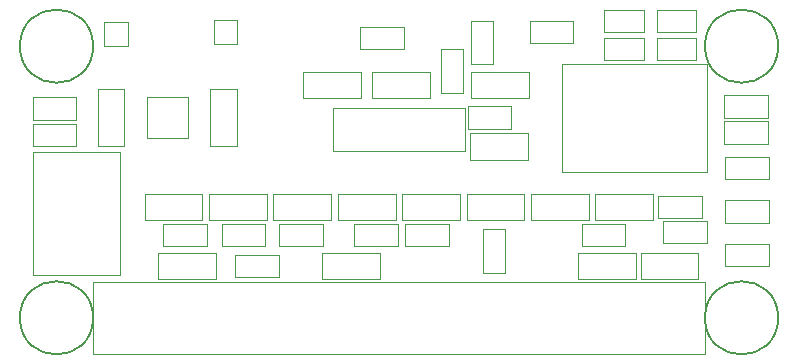
<source format=gbr>
G04 #@! TF.GenerationSoftware,KiCad,Pcbnew,(5.1.10-1-10_14)*
G04 #@! TF.CreationDate,2021-06-08T22:44:31-04:00*
G04 #@! TF.ProjectId,tr109-sensorboard,74723130-392d-4736-956e-736f72626f61,3*
G04 #@! TF.SameCoordinates,Original*
G04 #@! TF.FileFunction,Other,User*
%FSLAX46Y46*%
G04 Gerber Fmt 4.6, Leading zero omitted, Abs format (unit mm)*
G04 Created by KiCad (PCBNEW (5.1.10-1-10_14)) date 2021-06-08 22:44:31*
%MOMM*%
%LPD*%
G01*
G04 APERTURE LIST*
%ADD10C,0.050000*%
%ADD11C,0.150000*%
G04 APERTURE END LIST*
D10*
X158984000Y-124940000D02*
X158984000Y-118790000D01*
X107134000Y-124940000D02*
X158984000Y-124940000D01*
X107134000Y-118790000D02*
X107134000Y-124940000D01*
X158984000Y-118790000D02*
X107134000Y-118790000D01*
X127454000Y-107718000D02*
X138654000Y-107718000D01*
X138654000Y-107718000D02*
X138654000Y-104118000D01*
X138654000Y-104118000D02*
X127454000Y-104118000D01*
X127454000Y-104118000D02*
X127454000Y-107718000D01*
X117364000Y-96663000D02*
X119364000Y-96663000D01*
X117364000Y-96663000D02*
X117364000Y-98663000D01*
X119364000Y-98663000D02*
X119364000Y-96663000D01*
X119364000Y-98663000D02*
X117364000Y-98663000D01*
X108067600Y-96828100D02*
X110067600Y-96828100D01*
X108067600Y-96828100D02*
X108067600Y-98828100D01*
X110067600Y-98828100D02*
X110067600Y-96828100D01*
X110067600Y-98828100D02*
X108067600Y-98828100D01*
X115199100Y-106674500D02*
X115199100Y-103174500D01*
X111699100Y-103174500D02*
X115199100Y-103174500D01*
X111699100Y-106674500D02*
X111699100Y-103174500D01*
X111699100Y-106674500D02*
X115199100Y-106674500D01*
X102040000Y-103200000D02*
X105740000Y-103200000D01*
X102040000Y-105100000D02*
X102040000Y-103200000D01*
X105740000Y-105100000D02*
X102040000Y-105100000D01*
X105740000Y-103200000D02*
X105740000Y-105100000D01*
X122890000Y-118410000D02*
X119190000Y-118410000D01*
X122890000Y-116510000D02*
X122890000Y-118410000D01*
X119190000Y-116510000D02*
X122890000Y-116510000D01*
X119190000Y-118410000D02*
X119190000Y-116510000D01*
X155439500Y-115529400D02*
X155439500Y-113629400D01*
X155439500Y-113629400D02*
X159139500Y-113629400D01*
X159139500Y-113629400D02*
X159139500Y-115529400D01*
X159139500Y-115529400D02*
X155439500Y-115529400D01*
X141031000Y-100389300D02*
X139131000Y-100389300D01*
X139131000Y-100389300D02*
X139131000Y-96689300D01*
X139131000Y-96689300D02*
X141031000Y-96689300D01*
X141031000Y-96689300D02*
X141031000Y-100389300D01*
X148505300Y-115796100D02*
X148505300Y-113896100D01*
X148505300Y-113896100D02*
X152205300Y-113896100D01*
X152205300Y-113896100D02*
X152205300Y-115796100D01*
X152205300Y-115796100D02*
X148505300Y-115796100D01*
X138491000Y-102815000D02*
X136591000Y-102815000D01*
X136591000Y-102815000D02*
X136591000Y-99115000D01*
X136591000Y-99115000D02*
X138491000Y-99115000D01*
X138491000Y-99115000D02*
X138491000Y-102815000D01*
X137270000Y-113883400D02*
X137270000Y-115783400D01*
X137270000Y-115783400D02*
X133570000Y-115783400D01*
X133570000Y-115783400D02*
X133570000Y-113883400D01*
X133570000Y-113883400D02*
X137270000Y-113883400D01*
X132926700Y-113883400D02*
X132926700Y-115783400D01*
X132926700Y-115783400D02*
X129226700Y-115783400D01*
X129226700Y-115783400D02*
X129226700Y-113883400D01*
X129226700Y-113883400D02*
X132926700Y-113883400D01*
X126627500Y-113883400D02*
X126627500Y-115783400D01*
X126627500Y-115783400D02*
X122927500Y-115783400D01*
X122927500Y-115783400D02*
X122927500Y-113883400D01*
X122927500Y-113883400D02*
X126627500Y-113883400D01*
X121725300Y-113883400D02*
X121725300Y-115783400D01*
X121725300Y-115783400D02*
X118025300Y-115783400D01*
X118025300Y-115783400D02*
X118025300Y-113883400D01*
X118025300Y-113883400D02*
X121725300Y-113883400D01*
X113100000Y-115783400D02*
X113100000Y-113883400D01*
X113100000Y-113883400D02*
X116800000Y-113883400D01*
X116800000Y-113883400D02*
X116800000Y-115783400D01*
X116800000Y-115783400D02*
X113100000Y-115783400D01*
X105740000Y-105420000D02*
X105740000Y-107320000D01*
X105740000Y-107320000D02*
X102040000Y-107320000D01*
X102040000Y-107320000D02*
X102040000Y-105420000D01*
X102040000Y-105420000D02*
X105740000Y-105420000D01*
X160596940Y-104899500D02*
X160596940Y-102999500D01*
X160596940Y-102999500D02*
X164296940Y-102999500D01*
X164296940Y-102999500D02*
X164296940Y-104899500D01*
X164296940Y-104899500D02*
X160596940Y-104899500D01*
X160596940Y-107134700D02*
X160596940Y-105234700D01*
X160596940Y-105234700D02*
X164296940Y-105234700D01*
X164296940Y-105234700D02*
X164296940Y-107134700D01*
X164296940Y-107134700D02*
X160596940Y-107134700D01*
X160659200Y-117472500D02*
X160659200Y-115572500D01*
X160659200Y-115572500D02*
X164359200Y-115572500D01*
X164359200Y-115572500D02*
X164359200Y-117472500D01*
X164359200Y-117472500D02*
X160659200Y-117472500D01*
X142021600Y-118041060D02*
X140121600Y-118041060D01*
X140121600Y-118041060D02*
X140121600Y-114341060D01*
X140121600Y-114341060D02*
X142021600Y-114341060D01*
X142021600Y-114341060D02*
X142021600Y-118041060D01*
X138866000Y-105852000D02*
X138866000Y-103952000D01*
X138866000Y-103952000D02*
X142566000Y-103952000D01*
X142566000Y-103952000D02*
X142566000Y-105852000D01*
X142566000Y-105852000D02*
X138866000Y-105852000D01*
X129747400Y-99095600D02*
X129747400Y-97195600D01*
X129747400Y-97195600D02*
X133447400Y-97195600D01*
X133447400Y-97195600D02*
X133447400Y-99095600D01*
X133447400Y-99095600D02*
X129747400Y-99095600D01*
X154982300Y-113433900D02*
X154982300Y-111533900D01*
X154982300Y-111533900D02*
X158682300Y-111533900D01*
X158682300Y-111533900D02*
X158682300Y-113433900D01*
X158682300Y-113433900D02*
X154982300Y-113433900D01*
X144123800Y-98613000D02*
X144123800Y-96713000D01*
X144123800Y-96713000D02*
X147823800Y-96713000D01*
X147823800Y-96713000D02*
X147823800Y-98613000D01*
X147823800Y-98613000D02*
X144123800Y-98613000D01*
X160659200Y-113802200D02*
X160659200Y-111902200D01*
X160659200Y-111902200D02*
X164359200Y-111902200D01*
X164359200Y-111902200D02*
X164359200Y-113802200D01*
X164359200Y-113802200D02*
X160659200Y-113802200D01*
X160659200Y-110131900D02*
X160659200Y-108231900D01*
X160659200Y-108231900D02*
X164359200Y-108231900D01*
X164359200Y-108231900D02*
X164359200Y-110131900D01*
X164359200Y-110131900D02*
X160659200Y-110131900D01*
X119331600Y-107352000D02*
X117091600Y-107352000D01*
X117091600Y-107352000D02*
X117091600Y-102452000D01*
X117091600Y-102452000D02*
X119331600Y-102452000D01*
X119331600Y-102452000D02*
X119331600Y-107352000D01*
X109806600Y-107352000D02*
X107566600Y-107352000D01*
X107566600Y-107352000D02*
X107566600Y-102452000D01*
X107566600Y-102452000D02*
X109806600Y-102452000D01*
X109806600Y-102452000D02*
X109806600Y-107352000D01*
X109465600Y-107855400D02*
X102065600Y-107855400D01*
X109465600Y-118255400D02*
X109465600Y-107855400D01*
X102065600Y-118255400D02*
X109465600Y-118255400D01*
X102065600Y-107855400D02*
X102065600Y-118255400D01*
X153775200Y-95788440D02*
X153775200Y-97688440D01*
X153775200Y-97688440D02*
X150415200Y-97688440D01*
X150415200Y-97688440D02*
X150415200Y-95788440D01*
X150415200Y-95788440D02*
X153775200Y-95788440D01*
X158403460Y-116352460D02*
X158403460Y-118592460D01*
X158403460Y-118592460D02*
X153503460Y-118592460D01*
X153503460Y-118592460D02*
X153503460Y-116352460D01*
X153503460Y-116352460D02*
X158403460Y-116352460D01*
X148202480Y-118592460D02*
X148202480Y-116352460D01*
X148202480Y-116352460D02*
X153102480Y-116352460D01*
X153102480Y-116352460D02*
X153102480Y-118592460D01*
X153102480Y-118592460D02*
X148202480Y-118592460D01*
X149683300Y-111363900D02*
X154583300Y-111363900D01*
X149683300Y-113603900D02*
X149683300Y-111363900D01*
X154583300Y-113603900D02*
X149683300Y-113603900D01*
X154583300Y-111363900D02*
X154583300Y-113603900D01*
X144229552Y-111363900D02*
X149129552Y-111363900D01*
X144229552Y-113603900D02*
X144229552Y-111363900D01*
X149129552Y-113603900D02*
X144229552Y-113603900D01*
X149129552Y-111363900D02*
X149129552Y-113603900D01*
X138775810Y-111363900D02*
X143675810Y-111363900D01*
X138775810Y-113603900D02*
X138775810Y-111363900D01*
X143675810Y-113603900D02*
X138775810Y-113603900D01*
X143675810Y-111363900D02*
X143675810Y-113603900D01*
X133322068Y-111363900D02*
X138222068Y-111363900D01*
X133322068Y-113603900D02*
X133322068Y-111363900D01*
X138222068Y-113603900D02*
X133322068Y-113603900D01*
X138222068Y-111363900D02*
X138222068Y-113603900D01*
X127868326Y-111363900D02*
X132768326Y-111363900D01*
X127868326Y-113603900D02*
X127868326Y-111363900D01*
X132768326Y-113603900D02*
X127868326Y-113603900D01*
X132768326Y-111363900D02*
X132768326Y-113603900D01*
X122414584Y-111363900D02*
X127314584Y-111363900D01*
X122414584Y-113603900D02*
X122414584Y-111363900D01*
X127314584Y-113603900D02*
X122414584Y-113603900D01*
X127314584Y-111363900D02*
X127314584Y-113603900D01*
X116960842Y-111363900D02*
X121860842Y-111363900D01*
X116960842Y-113603900D02*
X116960842Y-111363900D01*
X121860842Y-113603900D02*
X116960842Y-113603900D01*
X121860842Y-111363900D02*
X121860842Y-113603900D01*
X111507100Y-111363900D02*
X116407100Y-111363900D01*
X111507100Y-113603900D02*
X111507100Y-111363900D01*
X116407100Y-113603900D02*
X111507100Y-113603900D01*
X116407100Y-111363900D02*
X116407100Y-113603900D01*
X131448980Y-116352460D02*
X131448980Y-118592460D01*
X131448980Y-118592460D02*
X126548980Y-118592460D01*
X126548980Y-118592460D02*
X126548980Y-116352460D01*
X126548980Y-116352460D02*
X131448980Y-116352460D01*
X117542480Y-116352460D02*
X117542480Y-118592460D01*
X117542480Y-118592460D02*
X112642480Y-118592460D01*
X112642480Y-118592460D02*
X112642480Y-116352460D01*
X112642480Y-116352460D02*
X117542480Y-116352460D01*
X143981340Y-108478180D02*
X139081340Y-108478180D01*
X143981340Y-106238180D02*
X143981340Y-108478180D01*
X139081340Y-106238180D02*
X143981340Y-106238180D01*
X139081340Y-108478180D02*
X139081340Y-106238180D01*
X144026120Y-103253400D02*
X139126120Y-103253400D01*
X144026120Y-101013400D02*
X144026120Y-103253400D01*
X139126120Y-101013400D02*
X144026120Y-101013400D01*
X139126120Y-103253400D02*
X139126120Y-101013400D01*
X130747600Y-101013400D02*
X135647600Y-101013400D01*
X130747600Y-103253400D02*
X130747600Y-101013400D01*
X135647600Y-103253400D02*
X130747600Y-103253400D01*
X135647600Y-101013400D02*
X135647600Y-103253400D01*
X124943700Y-101013400D02*
X129843700Y-101013400D01*
X124943700Y-103253400D02*
X124943700Y-101013400D01*
X129843700Y-103253400D02*
X124943700Y-103253400D01*
X129843700Y-101013400D02*
X129843700Y-103253400D01*
X153775200Y-98135400D02*
X153775200Y-100035400D01*
X153775200Y-100035400D02*
X150415200Y-100035400D01*
X150415200Y-100035400D02*
X150415200Y-98135400D01*
X150415200Y-98135400D02*
X153775200Y-98135400D01*
X158220200Y-98135400D02*
X158220200Y-100035400D01*
X158220200Y-100035400D02*
X154860200Y-100035400D01*
X154860200Y-100035400D02*
X154860200Y-98135400D01*
X154860200Y-98135400D02*
X158220200Y-98135400D01*
X158220200Y-95788440D02*
X158220200Y-97688440D01*
X158220200Y-97688440D02*
X154860200Y-97688440D01*
X154860200Y-97688440D02*
X154860200Y-95788440D01*
X154860200Y-95788440D02*
X158220200Y-95788440D01*
X146859600Y-109527400D02*
X159159600Y-109527400D01*
X146859600Y-100327400D02*
X146859600Y-109527400D01*
X159159600Y-100327400D02*
X159159600Y-109527400D01*
X146859600Y-100327400D02*
X159159600Y-100327400D01*
D11*
X165154000Y-98860000D02*
G75*
G03*
X165154000Y-98860000I-3100000J0D01*
G01*
X107154000Y-121860000D02*
G75*
G03*
X107154000Y-121860000I-3100000J0D01*
G01*
X107154000Y-98860000D02*
G75*
G03*
X107154000Y-98860000I-3100000J0D01*
G01*
X165154000Y-121860000D02*
G75*
G03*
X165154000Y-121860000I-3100000J0D01*
G01*
M02*

</source>
